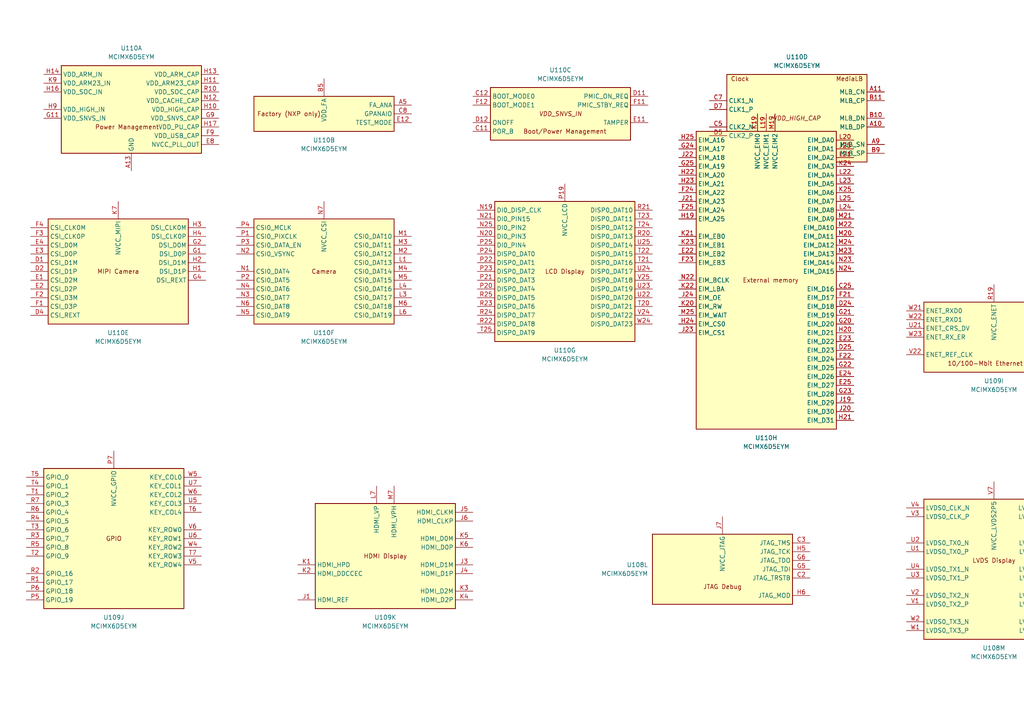
<source format=kicad_sch>
(kicad_sch (version 20250114) (generator "eeschema") (generator_version "9.0")
  (paper "A4")
  (symbol (lib_id "CPU_NXP_IMX:MCIMX6D5EYM") (at 209.55 165.1 0) (unit 12)
    (property "Reference" "U108" (at 187.96 163.8299 0) (effects (justify right)))
    (property "Value" "MCIMX6D5EYM" (at 187.96 166.3699 0) (effects (justify right)))
    (property "Footprint" "Package_BGA:BGA-624_21x21mm_Layout25x25_P0.8mm" (effects (hide yes)))
    (property "Datasheet" "https://www.nxp.com/docs/en/data-sheet/IMX6DQCEC.pdf" (effects (hide yes)))
    (property "Description" "i.MX 6Dual Application Processor for Consumer Products, BGA-624" (effects (hide yes)))
  )
  (symbol (lib_id "CPU_NXP_IMX:MCIMX6D5EYM") (at 38.1 31.75 0) (unit 1)
    (property "Reference" "U110" (at 38.1 13.97 0))
    (property "Value" "MCIMX6D5EYM" (at 38.1 16.51 0))
    (property "Footprint" "Package_BGA:BGA-624_21x21mm_Layout25x25_P0.8mm" (effects (hide yes)))
    (property "Datasheet" "https://www.nxp.com/docs/en/data-sheet/IMX6DQCEC.pdf" (effects (hide yes)))
    (property "Description" "i.MX 6Dual Application Processor for Consumer Products, BGA-624" (effects (hide yes)))
  )
  (symbol (lib_id "CPU_NXP_IMX:MCIMX6D5EYM") (at 33.02 156.21 0) (unit 10)
    (property "Reference" "U109" (at 33.02 179.07 0))
    (property "Value" "MCIMX6D5EYM" (at 33.02 181.61 0))
    (property "Footprint" "Package_BGA:BGA-624_21x21mm_Layout25x25_P0.8mm" (effects (hide yes)))
    (property "Datasheet" "https://www.nxp.com/docs/en/data-sheet/IMX6DQCEC.pdf" (effects (hide yes)))
    (property "Description" "i.MX 6Dual Application Processor for Consumer Products, BGA-624" (effects (hide yes)))
  )
  (symbol (lib_id "CPU_NXP_IMX:MCIMX6D5EYM") (at 222.25 81.28 0) (unit 8)
    (property "Reference" "U110" (at 222.25 127 0))
    (property "Value" "MCIMX6D5EYM" (at 222.25 129.54 0))
    (property "Footprint" "Package_BGA:BGA-624_21x21mm_Layout25x25_P0.8mm" (effects (hide yes)))
    (property "Datasheet" "https://www.nxp.com/docs/en/data-sheet/IMX6DQCEC.pdf" (effects (hide yes)))
    (property "Description" "i.MX 6Dual Application Processor for Consumer Products, BGA-624" (effects (hide yes)))
  )
  (symbol (lib_id "CPU_NXP_IMX:MCIMX6D5EYM") (at 34.29 78.74 0) (unit 5)
    (property "Reference" "U110" (at 34.29 96.52 0))
    (property "Value" "MCIMX6D5EYM" (at 34.29 99.06 0))
    (property "Footprint" "Package_BGA:BGA-624_21x21mm_Layout25x25_P0.8mm" (effects (hide yes)))
    (property "Datasheet" "https://www.nxp.com/docs/en/data-sheet/IMX6DQCEC.pdf" (effects (hide yes)))
    (property "Description" "i.MX 6Dual Application Processor for Consumer Products, BGA-624" (effects (hide yes)))
  )
  (symbol (lib_id "CPU_NXP_IMX:MCIMX6D5EYM") (at 231.14 34.29 0) (unit 4)
    (property "Reference" "U110" (at 231.14 16.51 0))
    (property "Value" "MCIMX6D5EYM" (at 231.14 19.05 0))
    (property "Footprint" "Package_BGA:BGA-624_21x21mm_Layout25x25_P0.8mm" (effects (hide yes)))
    (property "Datasheet" "https://www.nxp.com/docs/en/data-sheet/IMX6DQCEC.pdf" (effects (hide yes)))
    (property "Description" "i.MX 6Dual Application Processor for Consumer Products, BGA-624" (effects (hide yes)))
  )
  (symbol (lib_id "CPU_NXP_IMX:MCIMX6D5EYM") (at 288.29 97.79 0) (unit 9)
    (property "Reference" "U109" (at 288.29 110.49 0))
    (property "Value" "MCIMX6D5EYM" (at 288.29 113.03 0))
    (property "Footprint" "Package_BGA:BGA-624_21x21mm_Layout25x25_P0.8mm" (effects (hide yes)))
    (property "Datasheet" "https://www.nxp.com/docs/en/data-sheet/IMX6DQCEC.pdf" (effects (hide yes)))
    (property "Description" "i.MX 6Dual Application Processor for Consumer Products, BGA-624" (effects (hide yes)))
  )
  (symbol (lib_id "CPU_NXP_IMX:MCIMX6D5EYM") (at 93.98 78.74 0) (unit 6)
    (property "Reference" "U110" (at 93.98 96.52 0))
    (property "Value" "MCIMX6D5EYM" (at 93.98 99.06 0))
    (property "Footprint" "Package_BGA:BGA-624_21x21mm_Layout25x25_P0.8mm" (effects (hide yes)))
    (property "Datasheet" "https://www.nxp.com/docs/en/data-sheet/IMX6DQCEC.pdf" (effects (hide yes)))
    (property "Description" "i.MX 6Dual Application Processor for Consumer Products, BGA-624" (effects (hide yes)))
  )
  (symbol (lib_id "CPU_NXP_IMX:MCIMX6D5EYM") (at 93.98 33.02 0) (unit 2)
    (property "Reference" "U110" (at 93.98 40.64 0))
    (property "Value" "MCIMX6D5EYM" (at 93.98 43.18 0))
    (property "Footprint" "Package_BGA:BGA-624_21x21mm_Layout25x25_P0.8mm" (effects (hide yes)))
    (property "Datasheet" "https://www.nxp.com/docs/en/data-sheet/IMX6DQCEC.pdf" (effects (hide yes)))
    (property "Description" "i.MX 6Dual Application Processor for Consumer Products, BGA-624" (effects (hide yes)))
  )
  (symbol (lib_id "CPU_NXP_IMX:MCIMX6D5EYM") (at 111.76 161.29 0) (unit 11)
    (property "Reference" "U109" (at 111.76 179.07 0))
    (property "Value" "MCIMX6D5EYM" (at 111.76 181.61 0))
    (property "Footprint" "Package_BGA:BGA-624_21x21mm_Layout25x25_P0.8mm" (effects (hide yes)))
    (property "Datasheet" "https://www.nxp.com/docs/en/data-sheet/IMX6DQCEC.pdf" (effects (hide yes)))
    (property "Description" "i.MX 6Dual Application Processor for Consumer Products, BGA-624" (effects (hide yes)))
  )
  (symbol (lib_id "CPU_NXP_IMX:MCIMX6D5EYM") (at 162.56 33.02 0) (unit 3)
    (property "Reference" "U110" (at 162.56 20.32 0))
    (property "Value" "MCIMX6D5EYM" (at 162.56 22.86 0))
    (property "Footprint" "Package_BGA:BGA-624_21x21mm_Layout25x25_P0.8mm" (effects (hide yes)))
    (property "Datasheet" "https://www.nxp.com/docs/en/data-sheet/IMX6DQCEC.pdf" (effects (hide yes)))
    (property "Description" "i.MX 6Dual Application Processor for Consumer Products, BGA-624" (effects (hide yes)))
  )
  (symbol (lib_id "CPU_NXP_IMX:MCIMX6D5EYM") (at 288.29 165.1 0) (unit 13)
    (property "Reference" "U108" (at 288.29 187.96 0))
    (property "Value" "MCIMX6D5EYM" (at 288.29 190.5 0))
    (property "Footprint" "Package_BGA:BGA-624_21x21mm_Layout25x25_P0.8mm" (effects (hide yes)))
    (property "Datasheet" "https://www.nxp.com/docs/en/data-sheet/IMX6DQCEC.pdf" (effects (hide yes)))
    (property "Description" "i.MX 6Dual Application Processor for Consumer Products, BGA-624" (effects (hide yes)))
  )
  (symbol (lib_id "CPU_NXP_IMX:MCIMX6D5EYM") (at 163.83 78.74 0) (unit 7)
    (property "Reference" "U110" (at 163.83 101.6 0))
    (property "Value" "MCIMX6D5EYM" (at 163.83 104.14 0))
    (property "Footprint" "Package_BGA:BGA-624_21x21mm_Layout25x25_P0.8mm" (effects (hide yes)))
    (property "Datasheet" "https://www.nxp.com/docs/en/data-sheet/IMX6DQCEC.pdf" (effects (hide yes)))
    (property "Description" "i.MX 6Dual Application Processor for Consumer Products, BGA-624" (effects (hide yes)))
  )
)
</source>
